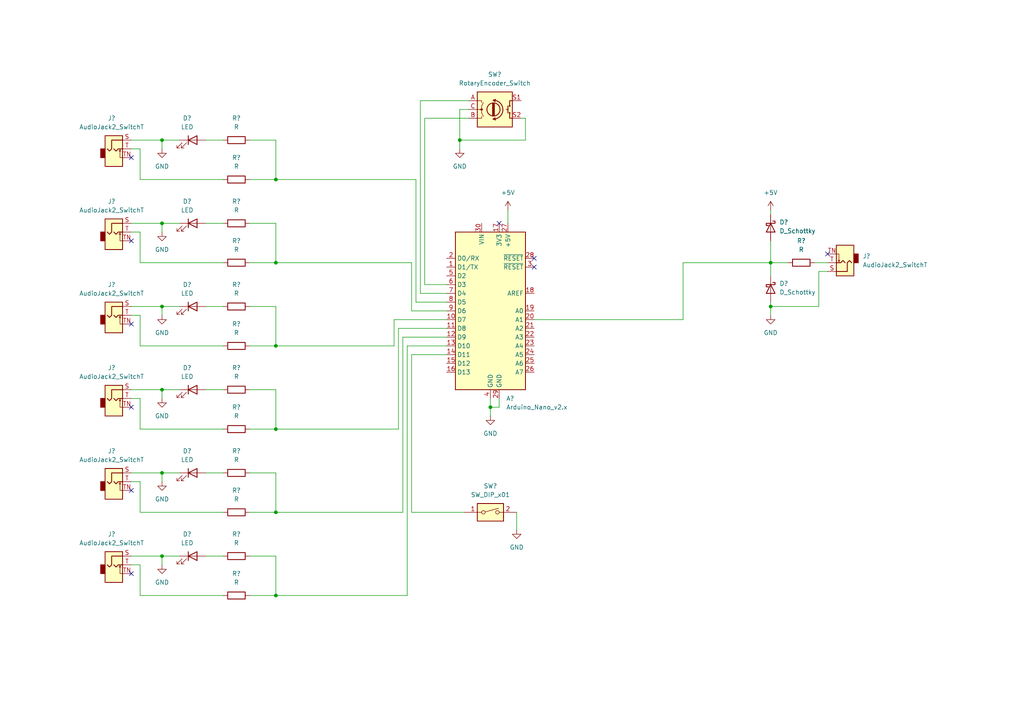
<source format=kicad_sch>
(kicad_sch (version 20211123) (generator eeschema)
  (paper "A4")
  (lib_symbols
    (symbol "Connector:AudioJack2_SwitchT"
      (property "Reference" "J" (at 0 8.89 0))
      (property "Value" "AudioJack2_SwitchT" (at 0 6.35 0))
      (symbol "AudioJack2_SwitchT_0_1"
        (rectangle (start -2.54 0) (end -3.81 -2.54) (stroke (width 0.254)) (fill (type outline)))
        (polyline (pts (xy 1.778 -0.254) (xy 2.032 -0.762)))
        (polyline (pts (xy 0 0) (xy 0.635 -0.635) (xy 1.27 0) (xy 2.54 0)) (stroke (width 0.254)))
        (polyline (pts (xy 2.54 -2.54) (xy 1.778 -2.54) (xy 1.778 -0.254) (xy 1.524 -0.762)))
        (polyline (pts (xy 2.54 2.54) (xy -0.635 2.54) (xy -0.635 0) (xy -1.27 -0.635) (xy -1.905 0)) (stroke (width 0.254)))
        (rectangle (start 2.54 3.81) (end -2.54 -5.08) (stroke (width 0.254)) (fill (type background)))
      )
      (symbol "AudioJack2_SwitchT_1_1"
        (pin passive line (at 5.08 2.54 180) (length 2.54) (name "~") (number "S"))
        (pin passive line (at 5.08 0 180) (length 2.54) (name "~") (number "T"))
        (pin passive line (at 5.08 -2.54 180) (length 2.54) (name "~") (number "TN"))
      )
    )
    (symbol "Device:D_Schottky" (pin_numbers hide) (pin_names (offset 1.016) hide)
      (property "Reference" "D" (at 0 2.54 0))
      (property "Value" "D_Schottky" (at 0 -2.54 0))
      (symbol "D_Schottky_0_1"
        (polyline (pts (xy 1.27 0) (xy -1.27 0)))
        (polyline (pts (xy 1.27 1.27) (xy 1.27 -1.27) (xy -1.27 0) (xy 1.27 1.27)) (stroke (width 0.254)))
        (polyline (pts (xy -1.905 0.635) (xy -1.905 1.27) (xy -1.27 1.27) (xy -1.27 -1.27) (xy -0.635 -1.27) (xy -0.635 -0.635)) (stroke (width 0.254)))
      )
      (symbol "D_Schottky_1_1"
        (pin passive line (at -3.81 0 0) (length 2.54) (name "K") (number "1"))
        (pin passive line (at 3.81 0 180) (length 2.54) (name "A") (number "2"))
      )
    )
    (symbol "Device:LED" (pin_numbers hide) (pin_names (offset 1.016) hide)
      (property "Reference" "D" (at 0 2.54 0))
      (property "Value" "LED" (at 0 -2.54 0))
      (symbol "LED_0_1"
        (polyline (pts (xy -1.27 -1.27) (xy -1.27 1.27)) (stroke (width 0.254)))
        (polyline (pts (xy -1.27 0) (xy 1.27 0)))
        (polyline (pts (xy 1.27 -1.27) (xy 1.27 1.27) (xy -1.27 0) (xy 1.27 -1.27)) (stroke (width 0.254)))
        (polyline (pts (xy -3.048 -0.762) (xy -4.572 -2.286) (xy -3.81 -2.286) (xy -4.572 -2.286) (xy -4.572 -1.524)))
        (polyline (pts (xy -1.778 -0.762) (xy -3.302 -2.286) (xy -2.54 -2.286) (xy -3.302 -2.286) (xy -3.302 -1.524)))
      )
      (symbol "LED_1_1"
        (pin passive line (at -3.81 0 0) (length 2.54) (name "K") (number "1"))
        (pin passive line (at 3.81 0 180) (length 2.54) (name "A") (number "2"))
      )
    )
    (symbol "Device:R" (pin_numbers hide) (pin_names (offset 0))
      (property "Reference" "R" (at 2.032 0 90))
      (property "Value" "R" (at 0 0 90))
      (symbol "R_0_1"
        (rectangle (start -1.016 -2.54) (end 1.016 2.54) (stroke (width 0.254)))
      )
      (symbol "R_1_1"
        (pin passive line (at 0 3.81 270) (length 1.27) (name "~") (number "1"))
        (pin passive line (at 0 -3.81 90) (length 1.27) (name "~") (number "2"))
      )
    )
    (symbol "Device:RotaryEncoder_Switch" (pin_names (offset 0.254) hide)
      (property "Reference" "SW" (at 0 6.604 0))
      (property "Value" "RotaryEncoder_Switch" (at 0 -6.604 0))
      (symbol "RotaryEncoder_Switch_0_1"
        (rectangle (start -5.08 5.08) (end 5.08 -5.08) (stroke (width 0.254)) (fill (type background)))
        (circle (center -3.81 0) (radius 0.254) (fill (type outline)))
        (arc (start -0.381 -2.794) (mid 2.3622 -0.0508) (end -0.381 2.667) (stroke (width 0.254)))
        (circle (center -0.381 0) (radius 1.905) (stroke (width 0.254)))
        (polyline (pts (xy -0.635 -1.778) (xy -0.635 1.778)) (stroke (width 0.254)))
        (polyline (pts (xy -0.381 -1.778) (xy -0.381 1.778)) (stroke (width 0.254)))
        (polyline (pts (xy -0.127 1.778) (xy -0.127 -1.778)) (stroke (width 0.254)))
        (polyline (pts (xy 3.81 0) (xy 3.429 0)) (stroke (width 0.254)))
        (polyline (pts (xy 3.81 1.016) (xy 3.81 -1.016)) (stroke (width 0.254)))
        (polyline (pts (xy -5.08 -2.54) (xy -3.81 -2.54) (xy -3.81 -2.032)))
        (polyline (pts (xy -5.08 2.54) (xy -3.81 2.54) (xy -3.81 2.032)))
        (polyline (pts (xy 0.254 -3.048) (xy -0.508 -2.794) (xy 0.127 -2.413)) (stroke (width 0.254)))
        (polyline (pts (xy 0.254 2.921) (xy -0.508 2.667) (xy 0.127 2.286)) (stroke (width 0.254)))
        (polyline (pts (xy 5.08 -2.54) (xy 4.318 -2.54) (xy 4.318 -1.016)) (stroke (width 0.254)))
        (polyline (pts (xy 5.08 2.54) (xy 4.318 2.54) (xy 4.318 1.016)) (stroke (width 0.254)))
        (polyline (pts (xy -5.08 0) (xy -3.81 0) (xy -3.81 -1.016) (xy -3.302 -2.032)))
        (polyline (pts (xy -4.318 0) (xy -3.81 0) (xy -3.81 1.016) (xy -3.302 2.032)))
        (circle (center 4.318 -1.016) (radius 0.127) (stroke (width 0.254)))
        (circle (center 4.318 1.016) (radius 0.127) (stroke (width 0.254)))
      )
      (symbol "RotaryEncoder_Switch_1_1"
        (pin passive line (at -7.62 2.54 0) (length 2.54) (name "A") (number "A"))
        (pin passive line (at -7.62 -2.54 0) (length 2.54) (name "B") (number "B"))
        (pin passive line (at -7.62 0 0) (length 2.54) (name "C") (number "C"))
        (pin passive line (at 7.62 2.54 180) (length 2.54) (name "S1") (number "S1"))
        (pin passive line (at 7.62 -2.54 180) (length 2.54) (name "S2") (number "S2"))
      )
    )
    (symbol "MCU_Module:Arduino_Nano_v2.x"
      (property "Reference" "A" (at -10.16 23.495 0))
      (property "Value" "Arduino_Nano_v2.x" (at 5.08 -24.13 0))
      (symbol "Arduino_Nano_v2.x_0_1"
        (rectangle (start -10.16 22.86) (end 10.16 -22.86) (stroke (width 0.254)) (fill (type background)))
      )
      (symbol "Arduino_Nano_v2.x_1_1"
        (pin bidirectional line (at -12.7 12.7 0) (length 2.54) (name "D1/TX") (number "1"))
        (pin bidirectional line (at -12.7 -2.54 0) (length 2.54) (name "D7") (number "10"))
        (pin bidirectional line (at -12.7 -5.08 0) (length 2.54) (name "D8") (number "11"))
        (pin bidirectional line (at -12.7 -7.62 0) (length 2.54) (name "D9") (number "12"))
        (pin bidirectional line (at -12.7 -10.16 0) (length 2.54) (name "D10") (number "13"))
        (pin bidirectional line (at -12.7 -12.7 0) (length 2.54) (name "D11") (number "14"))
        (pin bidirectional line (at -12.7 -15.24 0) (length 2.54) (name "D12") (number "15"))
        (pin bidirectional line (at -12.7 -17.78 0) (length 2.54) (name "D13") (number "16"))
        (pin power_out line (at 2.54 25.4 270) (length 2.54) (name "3V3") (number "17"))
        (pin input line (at 12.7 5.08 180) (length 2.54) (name "AREF") (number "18"))
        (pin bidirectional line (at 12.7 0 180) (length 2.54) (name "A0") (number "19"))
        (pin bidirectional line (at -12.7 15.24 0) (length 2.54) (name "D0/RX") (number "2"))
        (pin bidirectional line (at 12.7 -2.54 180) (length 2.54) (name "A1") (number "20"))
        (pin bidirectional line (at 12.7 -5.08 180) (length 2.54) (name "A2") (number "21"))
        (pin bidirectional line (at 12.7 -7.62 180) (length 2.54) (name "A3") (number "22"))
        (pin bidirectional line (at 12.7 -10.16 180) (length 2.54) (name "A4") (number "23"))
        (pin bidirectional line (at 12.7 -12.7 180) (length 2.54) (name "A5") (number "24"))
        (pin bidirectional line (at 12.7 -15.24 180) (length 2.54) (name "A6") (number "25"))
        (pin bidirectional line (at 12.7 -17.78 180) (length 2.54) (name "A7") (number "26"))
        (pin power_out line (at 5.08 25.4 270) (length 2.54) (name "+5V") (number "27"))
        (pin input line (at 12.7 15.24 180) (length 2.54) (name "~{RESET}") (number "28"))
        (pin power_in line (at 2.54 -25.4 90) (length 2.54) (name "GND") (number "29"))
        (pin input line (at 12.7 12.7 180) (length 2.54) (name "~{RESET}") (number "3"))
        (pin power_in line (at -2.54 25.4 270) (length 2.54) (name "VIN") (number "30"))
        (pin power_in line (at 0 -25.4 90) (length 2.54) (name "GND") (number "4"))
        (pin bidirectional line (at -12.7 10.16 0) (length 2.54) (name "D2") (number "5"))
        (pin bidirectional line (at -12.7 7.62 0) (length 2.54) (name "D3") (number "6"))
        (pin bidirectional line (at -12.7 5.08 0) (length 2.54) (name "D4") (number "7"))
        (pin bidirectional line (at -12.7 2.54 0) (length 2.54) (name "D5") (number "8"))
        (pin bidirectional line (at -12.7 0 0) (length 2.54) (name "D6") (number "9"))
      )
    )
    (symbol "Switch:SW_DIP_x01" (pin_names (offset 0) hide)
      (property "Reference" "SW" (at 0 3.81 0))
      (property "Value" "SW_DIP_x01" (at 0 -3.81 0))
      (symbol "SW_DIP_x01_0_0"
        (circle (center -2.032 0) (radius 0.508))
        (polyline (pts (xy -1.524 0.127) (xy 2.3622 1.1684)))
        (circle (center 2.032 0) (radius 0.508))
      )
      (symbol "SW_DIP_x01_0_1"
        (rectangle (start -3.81 2.54) (end 3.81 -2.54) (stroke (width 0.254)) (fill (type background)))
      )
      (symbol "SW_DIP_x01_1_1"
        (pin passive line (at -7.62 0 0) (length 5.08) (name "~") (number "1"))
        (pin passive line (at 7.62 0 180) (length 5.08) (name "~") (number "2"))
      )
    )
    (symbol "power:+5V" (power) (pin_names (offset 0))
      (property "Value" "+5V" (at 0 3.556 0))
      (symbol "+5V_0_1"
        (polyline (pts (xy -0.762 1.27) (xy 0 2.54)))
        (polyline (pts (xy 0 0) (xy 0 2.54)))
        (polyline (pts (xy 0 2.54) (xy 0.762 1.27)))
      )
      (symbol "+5V_1_1"
        (pin power_in line (at 0 0 90) (length 0) hide (name "+5V") (number "1"))
      )
    )
    (symbol "power:GND" (power) (pin_names (offset 0))
      (property "Value" "GND" (at 0 -3.81 0))
      (symbol "GND_0_1"
        (polyline (pts (xy 0 0) (xy 0 -1.27) (xy 1.27 -1.27) (xy 0 -2.54) (xy -1.27 -1.27) (xy 0 -1.27)))
      )
      (symbol "GND_1_1"
        (pin power_in line (at 0 0 270) (length 0) hide (name "GND") (number "1"))
      )
    )
  )
  (junction (at 80.01 172.72))
  (junction (at 80.01 124.46))
  (junction (at 80.01 76.2))
  (junction (at 133.35 40.64))
  (junction (at 80.01 148.59))
  (junction (at 223.52 88.9))
  (junction (at 80.01 100.33))
  (junction (at 46.99 88.9))
  (junction (at 223.52 76.2))
  (junction (at 46.99 161.29))
  (junction (at 80.01 52.07))
  (junction (at 46.99 40.64))
  (junction (at 46.99 137.16))
  (junction (at 142.24 118.11))
  (junction (at 46.99 64.77))
  (junction (at 46.99 113.03))
  (no_connect (at 154.94 74.93))
  (no_connect (at 154.94 77.47))
  (no_connect (at 38.1 69.85))
  (no_connect (at 38.1 142.24))
  (no_connect (at 38.1 93.98))
  (no_connect (at 144.78 64.77))
  (no_connect (at 38.1 45.72))
  (no_connect (at 38.1 166.37))
  (no_connect (at 38.1 118.11))
  (no_connect (at 240.03 73.66))
  (wire (pts (xy 223.52 76.2) (xy 223.52 80.01)))
  (wire (pts (xy 123.19 82.55) (xy 129.54 82.55)))
  (wire (pts (xy 154.94 92.71) (xy 198.12 92.71)))
  (wire (pts (xy 59.69 161.29) (xy 64.77 161.29)))
  (wire (pts (xy 72.39 172.72) (xy 80.01 172.72)))
  (wire (pts (xy 46.99 64.77) (xy 38.1 64.77)))
  (wire (pts (xy 120.65 87.63) (xy 129.54 87.63)))
  (wire (pts (xy 40.64 124.46) (xy 64.77 124.46)))
  (wire (pts (xy 152.4 34.29) (xy 152.4 40.64)))
  (wire (pts (xy 152.4 40.64) (xy 133.35 40.64)))
  (wire (pts (xy 80.01 100.33) (xy 80.01 88.9)))
  (wire (pts (xy 40.64 52.07) (xy 64.77 52.07)))
  (wire (pts (xy 46.99 161.29) (xy 38.1 161.29)))
  (wire (pts (xy 142.24 118.11) (xy 144.78 118.11)))
  (wire (pts (xy 38.1 91.44) (xy 40.64 91.44)))
  (wire (pts (xy 46.99 88.9) (xy 46.99 91.44)))
  (wire (pts (xy 80.01 148.59) (xy 80.01 137.16)))
  (wire (pts (xy 46.99 161.29) (xy 46.99 163.83)))
  (wire (pts (xy 237.49 88.9) (xy 223.52 88.9)))
  (wire (pts (xy 80.01 124.46) (xy 80.01 113.03)))
  (wire (pts (xy 135.89 29.21) (xy 121.92 29.21)))
  (wire (pts (xy 40.64 43.18) (xy 40.64 52.07)))
  (wire (pts (xy 121.92 85.09) (xy 129.54 85.09)))
  (wire (pts (xy 147.32 60.96) (xy 147.32 64.77)))
  (wire (pts (xy 72.39 52.07) (xy 80.01 52.07)))
  (wire (pts (xy 40.64 67.31) (xy 40.64 76.2)))
  (wire (pts (xy 134.62 148.59) (xy 119.38 148.59)))
  (wire (pts (xy 46.99 88.9) (xy 38.1 88.9)))
  (wire (pts (xy 80.01 52.07) (xy 120.65 52.07)))
  (wire (pts (xy 59.69 40.64) (xy 64.77 40.64)))
  (wire (pts (xy 38.1 139.7) (xy 40.64 139.7)))
  (wire (pts (xy 46.99 113.03) (xy 46.99 115.57)))
  (wire (pts (xy 240.03 78.74) (xy 237.49 78.74)))
  (wire (pts (xy 223.52 88.9) (xy 223.52 91.44)))
  (wire (pts (xy 198.12 76.2) (xy 223.52 76.2)))
  (wire (pts (xy 72.39 148.59) (xy 80.01 148.59)))
  (wire (pts (xy 151.13 34.29) (xy 152.4 34.29)))
  (wire (pts (xy 46.99 137.16) (xy 38.1 137.16)))
  (wire (pts (xy 223.52 60.96) (xy 223.52 62.23)))
  (wire (pts (xy 46.99 40.64) (xy 38.1 40.64)))
  (wire (pts (xy 72.39 76.2) (xy 80.01 76.2)))
  (wire (pts (xy 144.78 115.57) (xy 144.78 118.11)))
  (wire (pts (xy 59.69 113.03) (xy 64.77 113.03)))
  (wire (pts (xy 38.1 67.31) (xy 40.64 67.31)))
  (wire (pts (xy 38.1 115.57) (xy 40.64 115.57)))
  (wire (pts (xy 80.01 172.72) (xy 80.01 161.29)))
  (wire (pts (xy 80.01 161.29) (xy 72.39 161.29)))
  (wire (pts (xy 119.38 102.87) (xy 129.54 102.87)))
  (wire (pts (xy 40.64 148.59) (xy 64.77 148.59)))
  (wire (pts (xy 80.01 124.46) (xy 115.57 124.46)))
  (wire (pts (xy 115.57 124.46) (xy 115.57 95.25)))
  (wire (pts (xy 119.38 76.2) (xy 119.38 90.17)))
  (wire (pts (xy 38.1 43.18) (xy 40.64 43.18)))
  (wire (pts (xy 52.07 137.16) (xy 46.99 137.16)))
  (wire (pts (xy 80.01 52.07) (xy 80.01 40.64)))
  (wire (pts (xy 114.3 92.71) (xy 129.54 92.71)))
  (wire (pts (xy 135.89 31.75) (xy 133.35 31.75)))
  (wire (pts (xy 72.39 100.33) (xy 80.01 100.33)))
  (wire (pts (xy 72.39 124.46) (xy 80.01 124.46)))
  (wire (pts (xy 46.99 40.64) (xy 46.99 43.18)))
  (wire (pts (xy 52.07 113.03) (xy 46.99 113.03)))
  (wire (pts (xy 46.99 64.77) (xy 46.99 67.31)))
  (wire (pts (xy 40.64 163.83) (xy 40.64 172.72)))
  (wire (pts (xy 123.19 34.29) (xy 123.19 82.55)))
  (wire (pts (xy 59.69 64.77) (xy 64.77 64.77)))
  (wire (pts (xy 40.64 139.7) (xy 40.64 148.59)))
  (wire (pts (xy 223.52 87.63) (xy 223.52 88.9)))
  (wire (pts (xy 40.64 100.33) (xy 64.77 100.33)))
  (wire (pts (xy 116.84 148.59) (xy 116.84 97.79)))
  (wire (pts (xy 116.84 97.79) (xy 129.54 97.79)))
  (wire (pts (xy 135.89 34.29) (xy 123.19 34.29)))
  (wire (pts (xy 149.86 148.59) (xy 149.86 153.67)))
  (wire (pts (xy 236.22 76.2) (xy 240.03 76.2)))
  (wire (pts (xy 133.35 31.75) (xy 133.35 40.64)))
  (wire (pts (xy 52.07 40.64) (xy 46.99 40.64)))
  (wire (pts (xy 46.99 113.03) (xy 38.1 113.03)))
  (wire (pts (xy 80.01 40.64) (xy 72.39 40.64)))
  (wire (pts (xy 198.12 92.71) (xy 198.12 76.2)))
  (wire (pts (xy 59.69 137.16) (xy 64.77 137.16)))
  (wire (pts (xy 40.64 76.2) (xy 64.77 76.2)))
  (wire (pts (xy 80.01 100.33) (xy 114.3 100.33)))
  (wire (pts (xy 40.64 115.57) (xy 40.64 124.46)))
  (wire (pts (xy 118.11 172.72) (xy 118.11 100.33)))
  (wire (pts (xy 80.01 148.59) (xy 116.84 148.59)))
  (wire (pts (xy 133.35 40.64) (xy 133.35 43.18)))
  (wire (pts (xy 80.01 76.2) (xy 119.38 76.2)))
  (wire (pts (xy 223.52 69.85) (xy 223.52 76.2)))
  (wire (pts (xy 142.24 115.57) (xy 142.24 118.11)))
  (wire (pts (xy 115.57 95.25) (xy 129.54 95.25)))
  (wire (pts (xy 80.01 172.72) (xy 118.11 172.72)))
  (wire (pts (xy 80.01 88.9) (xy 72.39 88.9)))
  (wire (pts (xy 59.69 88.9) (xy 64.77 88.9)))
  (wire (pts (xy 119.38 148.59) (xy 119.38 102.87)))
  (wire (pts (xy 38.1 163.83) (xy 40.64 163.83)))
  (wire (pts (xy 121.92 29.21) (xy 121.92 85.09)))
  (wire (pts (xy 52.07 88.9) (xy 46.99 88.9)))
  (wire (pts (xy 237.49 78.74) (xy 237.49 88.9)))
  (wire (pts (xy 80.01 137.16) (xy 72.39 137.16)))
  (wire (pts (xy 46.99 137.16) (xy 46.99 139.7)))
  (wire (pts (xy 80.01 64.77) (xy 72.39 64.77)))
  (wire (pts (xy 52.07 64.77) (xy 46.99 64.77)))
  (wire (pts (xy 119.38 90.17) (xy 129.54 90.17)))
  (wire (pts (xy 118.11 100.33) (xy 129.54 100.33)))
  (wire (pts (xy 228.6 76.2) (xy 223.52 76.2)))
  (wire (pts (xy 52.07 161.29) (xy 46.99 161.29)))
  (wire (pts (xy 114.3 100.33) (xy 114.3 92.71)))
  (wire (pts (xy 142.24 118.11) (xy 142.24 120.65)))
  (wire (pts (xy 80.01 76.2) (xy 80.01 64.77)))
  (wire (pts (xy 40.64 172.72) (xy 64.77 172.72)))
  (wire (pts (xy 40.64 91.44) (xy 40.64 100.33)))
  (wire (pts (xy 80.01 113.03) (xy 72.39 113.03)))
  (wire (pts (xy 120.65 52.07) (xy 120.65 87.63)))
  (symbol (lib_id "power:GND") (at 142.24 120.65 0) (unit 1)
    (property "Reference" "#PWR?" (effects hide))
    (property "Value" "GND" (at 142.24 125.73 0))
  )
  (symbol (lib_id "Connector:AudioJack2_SwitchT") (at 245.11 76.2 180) (unit 1)
    (property "Reference" "J?" (at 250.19 74.2949 0) (effects (justify right)))
    (property "Value" "AudioJack2_SwitchT" (at 250.19 76.8349 0) (effects (justify right)))
  )
  (symbol (lib_id "Connector:AudioJack2_SwitchT") (at 33.02 43.18 0) (unit 1)
    (property "Reference" "J?" (at 32.385 34.29 0))
    (property "Value" "AudioJack2_SwitchT" (at 32.385 36.83 0))
  )
  (symbol (lib_id "power:GND") (at 46.99 139.7 0) (unit 1)
    (property "Reference" "#PWR?" (effects hide))
    (property "Value" "GND" (at 46.99 144.78 0))
  )
  (symbol (lib_id "Device:LED") (at 55.88 161.29 0) (unit 1)
    (property "Reference" "D?" (at 54.2925 154.94 0))
    (property "Value" "LED" (at 54.2925 157.48 0))
  )
  (symbol (lib_id "power:GND") (at 46.99 91.44 0) (unit 1)
    (property "Reference" "#PWR?" (effects hide))
    (property "Value" "GND" (at 46.99 96.52 0))
  )
  (symbol (lib_id "Device:R") (at 68.58 148.59 90) (unit 1)
    (property "Reference" "R?" (at 68.58 142.24 90))
    (property "Value" "R" (at 68.58 144.78 90))
  )
  (symbol (lib_id "Device:LED") (at 55.88 113.03 0) (unit 1)
    (property "Reference" "D?" (at 54.2925 106.68 0))
    (property "Value" "LED" (at 54.2925 109.22 0))
  )
  (symbol (lib_id "Device:D_Schottky") (at 223.52 66.04 270) (unit 1)
    (property "Reference" "D?" (at 226.06 64.4524 90) (effects (justify left)))
    (property "Value" "D_Schottky" (at 226.06 66.9924 90) (effects (justify left)))
  )
  (symbol (lib_id "Device:LED") (at 55.88 137.16 0) (unit 1)
    (property "Reference" "D?" (at 54.2925 130.81 0))
    (property "Value" "LED" (at 54.2925 133.35 0))
  )
  (symbol (lib_id "MCU_Module:Arduino_Nano_v2.x") (at 142.24 90.17 0) (unit 1)
    (property "Reference" "A?" (at 146.7994 115.57 0) (effects (justify left)))
    (property "Value" "Arduino_Nano_v2.x" (at 146.7994 118.11 0) (effects (justify left)))
    (property "Footprint" "Module:Arduino_Nano" (effects hide))
    (property "Datasheet" "https://www.arduino.cc/en/uploads/Main/ArduinoNanoManual23.pdf" (effects hide))
  )
  (symbol (lib_id "Device:D_Schottky") (at 223.52 83.82 270) (unit 1)
    (property "Reference" "D?" (at 226.06 82.2324 90) (effects (justify left)))
    (property "Value" "D_Schottky" (at 226.06 84.7724 90) (effects (justify left)))
  )
  (symbol (lib_id "Device:R") (at 68.58 88.9 90) (unit 1)
    (property "Reference" "R?" (at 68.58 82.55 90))
    (property "Value" "R" (at 68.58 85.09 90))
  )
  (symbol (lib_id "Device:LED") (at 55.88 40.64 0) (unit 1)
    (property "Reference" "D?" (at 54.2925 34.29 0))
    (property "Value" "LED" (at 54.2925 36.83 0))
  )
  (symbol (lib_id "Device:R") (at 68.58 124.46 90) (unit 1)
    (property "Reference" "R?" (at 68.58 118.11 90))
    (property "Value" "R" (at 68.58 120.65 90))
  )
  (symbol (lib_id "Connector:AudioJack2_SwitchT") (at 33.02 139.7 0) (unit 1)
    (property "Reference" "J?" (at 32.385 130.81 0))
    (property "Value" "AudioJack2_SwitchT" (at 32.385 133.35 0))
  )
  (symbol (lib_id "Device:LED") (at 55.88 88.9 0) (unit 1)
    (property "Reference" "D?" (at 54.2925 82.55 0))
    (property "Value" "LED" (at 54.2925 85.09 0))
  )
  (symbol (lib_id "Device:R") (at 68.58 64.77 90) (unit 1)
    (property "Reference" "R?" (at 68.58 58.42 90))
    (property "Value" "R" (at 68.58 60.96 90))
  )
  (symbol (lib_id "power:GND") (at 149.86 153.67 0) (unit 1)
    (property "Reference" "#PWR?" (effects hide))
    (property "Value" "GND" (at 149.86 158.75 0))
  )
  (symbol (lib_id "power:GND") (at 46.99 115.57 0) (unit 1)
    (property "Reference" "#PWR?" (effects hide))
    (property "Value" "GND" (at 46.99 120.65 0))
  )
  (symbol (lib_id "Device:RotaryEncoder_Switch") (at 143.51 31.75 0) (unit 1)
    (property "Reference" "SW?" (at 143.51 21.59 0))
    (property "Value" "RotaryEncoder_Switch" (at 143.51 24.13 0))
  )
  (symbol (lib_id "power:GND") (at 46.99 163.83 0) (unit 1)
    (property "Reference" "#PWR?" (effects hide))
    (property "Value" "GND" (at 46.99 168.91 0))
  )
  (symbol (lib_id "Device:R") (at 68.58 40.64 90) (unit 1)
    (property "Reference" "R?" (at 68.58 34.29 90))
    (property "Value" "R" (at 68.58 36.83 90))
  )
  (symbol (lib_id "Device:R") (at 68.58 76.2 90) (unit 1)
    (property "Reference" "R?" (at 68.58 69.85 90))
    (property "Value" "R" (at 68.58 72.39 90))
  )
  (symbol (lib_id "power:GND") (at 46.99 67.31 0) (unit 1)
    (property "Reference" "#PWR?" (effects hide))
    (property "Value" "GND" (at 46.99 72.39 0))
  )
  (symbol (lib_id "Device:R") (at 68.58 52.07 90) (unit 1)
    (property "Reference" "R?" (at 68.58 45.72 90))
    (property "Value" "R" (at 68.58 48.26 90))
  )
  (symbol (lib_id "power:GND") (at 46.99 43.18 0) (unit 1)
    (property "Reference" "#PWR?" (effects hide))
    (property "Value" "GND" (at 46.99 48.26 0))
  )
  (symbol (lib_id "Connector:AudioJack2_SwitchT") (at 33.02 91.44 0) (unit 1)
    (property "Reference" "J?" (at 32.385 82.55 0))
    (property "Value" "AudioJack2_SwitchT" (at 32.385 85.09 0))
  )
  (symbol (lib_id "power:GND") (at 133.35 43.18 0) (unit 1)
    (property "Reference" "#PWR?" (effects hide))
    (property "Value" "GND" (at 133.35 48.26 0))
  )
  (symbol (lib_id "Device:R") (at 68.58 172.72 90) (unit 1)
    (property "Reference" "R?" (at 68.58 166.37 90))
    (property "Value" "R" (at 68.58 168.91 90))
  )
  (symbol (lib_id "Device:LED") (at 55.88 64.77 0) (unit 1)
    (property "Reference" "D?" (at 54.2925 58.42 0))
    (property "Value" "LED" (at 54.2925 60.96 0))
  )
  (symbol (lib_id "Device:R") (at 68.58 137.16 90) (unit 1)
    (property "Reference" "R?" (at 68.58 130.81 90))
    (property "Value" "R" (at 68.58 133.35 90))
  )
  (symbol (lib_id "Device:R") (at 68.58 161.29 90) (unit 1)
    (property "Reference" "R?" (at 68.58 154.94 90))
    (property "Value" "R" (at 68.58 157.48 90))
  )
  (symbol (lib_id "power:GND") (at 223.52 91.44 0) (unit 1)
    (property "Reference" "#PWR?" (effects hide))
    (property "Value" "GND" (at 223.52 96.52 0))
  )
  (symbol (lib_id "power:+5V") (at 223.52 60.96 0) (unit 1)
    (property "Reference" "#PWR?" (effects hide))
    (property "Value" "+5V" (at 223.52 55.88 0))
  )
  (symbol (lib_id "Device:R") (at 232.41 76.2 90) (unit 1)
    (property "Reference" "R?" (at 232.41 69.85 90))
    (property "Value" "R" (at 232.41 72.39 90))
  )
  (symbol (lib_id "Switch:SW_DIP_x01") (at 142.24 148.59 0) (unit 1)
    (property "Reference" "SW?" (at 142.24 140.97 0))
    (property "Value" "SW_DIP_x01" (at 142.24 143.51 0))
  )
  (symbol (lib_id "Connector:AudioJack2_SwitchT") (at 33.02 163.83 0) (unit 1)
    (property "Reference" "J?" (at 32.385 154.94 0))
    (property "Value" "AudioJack2_SwitchT" (at 32.385 157.48 0))
  )
  (symbol (lib_id "power:+5V") (at 147.32 60.96 0) (unit 1)
    (property "Reference" "#PWR?" (effects hide))
    (property "Value" "+5V" (at 147.32 55.88 0))
  )
  (symbol (lib_id "Device:R") (at 68.58 113.03 90) (unit 1)
    (property "Reference" "R?" (at 68.58 106.68 90))
    (property "Value" "R" (at 68.58 109.22 90))
  )
  (symbol (lib_id "Connector:AudioJack2_SwitchT") (at 33.02 115.57 0) (unit 1)
    (property "Reference" "J?" (at 32.385 106.68 0))
    (property "Value" "AudioJack2_SwitchT" (at 32.385 109.22 0))
  )
  (symbol (lib_id "Device:R") (at 68.58 100.33 90) (unit 1)
    (property "Reference" "R?" (at 68.58 93.98 90))
    (property "Value" "R" (at 68.58 96.52 90))
  )
  (symbol (lib_id "Connector:AudioJack2_SwitchT") (at 33.02 67.31 0) (unit 1)
    (property "Reference" "J?" (at 32.385 58.42 0))
    (property "Value" "AudioJack2_SwitchT" (at 32.385 60.96 0))
  )
)
</source>
